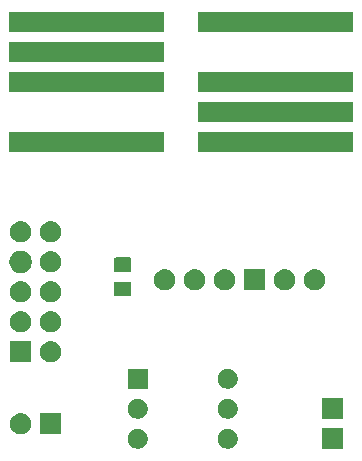
<source format=gts>
G04 #@! TF.GenerationSoftware,KiCad,Pcbnew,5.1.5*
G04 #@! TF.CreationDate,2020-03-08T11:02:30+01:00*
G04 #@! TF.ProjectId,Flash-Station,466c6173-682d-4537-9461-74696f6e2e6b,rev?*
G04 #@! TF.SameCoordinates,Original*
G04 #@! TF.FileFunction,Soldermask,Top*
G04 #@! TF.FilePolarity,Negative*
%FSLAX46Y46*%
G04 Gerber Fmt 4.6, Leading zero omitted, Abs format (unit mm)*
G04 Created by KiCad (PCBNEW 5.1.5) date 2020-03-08 11:02:30*
%MOMM*%
%LPD*%
G04 APERTURE LIST*
%ADD10C,0.100000*%
G04 APERTURE END LIST*
D10*
G36*
X95897000Y-95897000D02*
G01*
X94095000Y-95897000D01*
X94095000Y-94095000D01*
X95897000Y-94095000D01*
X95897000Y-95897000D01*
G37*
G36*
X86354228Y-94177703D02*
G01*
X86509100Y-94241853D01*
X86648481Y-94334985D01*
X86767015Y-94453519D01*
X86860147Y-94592900D01*
X86924297Y-94747772D01*
X86957000Y-94912184D01*
X86957000Y-95079816D01*
X86924297Y-95244228D01*
X86860147Y-95399100D01*
X86767015Y-95538481D01*
X86648481Y-95657015D01*
X86509100Y-95750147D01*
X86354228Y-95814297D01*
X86189816Y-95847000D01*
X86022184Y-95847000D01*
X85857772Y-95814297D01*
X85702900Y-95750147D01*
X85563519Y-95657015D01*
X85444985Y-95538481D01*
X85351853Y-95399100D01*
X85287703Y-95244228D01*
X85255000Y-95079816D01*
X85255000Y-94912184D01*
X85287703Y-94747772D01*
X85351853Y-94592900D01*
X85444985Y-94453519D01*
X85563519Y-94334985D01*
X85702900Y-94241853D01*
X85857772Y-94177703D01*
X86022184Y-94145000D01*
X86189816Y-94145000D01*
X86354228Y-94177703D01*
G37*
G36*
X78734228Y-94177703D02*
G01*
X78889100Y-94241853D01*
X79028481Y-94334985D01*
X79147015Y-94453519D01*
X79240147Y-94592900D01*
X79304297Y-94747772D01*
X79337000Y-94912184D01*
X79337000Y-95079816D01*
X79304297Y-95244228D01*
X79240147Y-95399100D01*
X79147015Y-95538481D01*
X79028481Y-95657015D01*
X78889100Y-95750147D01*
X78734228Y-95814297D01*
X78569816Y-95847000D01*
X78402184Y-95847000D01*
X78237772Y-95814297D01*
X78082900Y-95750147D01*
X77943519Y-95657015D01*
X77824985Y-95538481D01*
X77731853Y-95399100D01*
X77667703Y-95244228D01*
X77635000Y-95079816D01*
X77635000Y-94912184D01*
X77667703Y-94747772D01*
X77731853Y-94592900D01*
X77824985Y-94453519D01*
X77943519Y-94334985D01*
X78082900Y-94241853D01*
X78237772Y-94177703D01*
X78402184Y-94145000D01*
X78569816Y-94145000D01*
X78734228Y-94177703D01*
G37*
G36*
X68693512Y-92829927D02*
G01*
X68842812Y-92859624D01*
X69006784Y-92927544D01*
X69154354Y-93026147D01*
X69279853Y-93151646D01*
X69378456Y-93299216D01*
X69446376Y-93463188D01*
X69481000Y-93637259D01*
X69481000Y-93814741D01*
X69446376Y-93988812D01*
X69378456Y-94152784D01*
X69279853Y-94300354D01*
X69154354Y-94425853D01*
X69006784Y-94524456D01*
X68842812Y-94592376D01*
X68693512Y-94622073D01*
X68668742Y-94627000D01*
X68491258Y-94627000D01*
X68466488Y-94622073D01*
X68317188Y-94592376D01*
X68153216Y-94524456D01*
X68005646Y-94425853D01*
X67880147Y-94300354D01*
X67781544Y-94152784D01*
X67713624Y-93988812D01*
X67679000Y-93814741D01*
X67679000Y-93637259D01*
X67713624Y-93463188D01*
X67781544Y-93299216D01*
X67880147Y-93151646D01*
X68005646Y-93026147D01*
X68153216Y-92927544D01*
X68317188Y-92859624D01*
X68466488Y-92829927D01*
X68491258Y-92825000D01*
X68668742Y-92825000D01*
X68693512Y-92829927D01*
G37*
G36*
X72021000Y-94627000D02*
G01*
X70219000Y-94627000D01*
X70219000Y-92825000D01*
X72021000Y-92825000D01*
X72021000Y-94627000D01*
G37*
G36*
X95897000Y-93357000D02*
G01*
X94095000Y-93357000D01*
X94095000Y-91555000D01*
X95897000Y-91555000D01*
X95897000Y-93357000D01*
G37*
G36*
X86354228Y-91637703D02*
G01*
X86509100Y-91701853D01*
X86648481Y-91794985D01*
X86767015Y-91913519D01*
X86860147Y-92052900D01*
X86924297Y-92207772D01*
X86957000Y-92372184D01*
X86957000Y-92539816D01*
X86924297Y-92704228D01*
X86860147Y-92859100D01*
X86767015Y-92998481D01*
X86648481Y-93117015D01*
X86509100Y-93210147D01*
X86354228Y-93274297D01*
X86189816Y-93307000D01*
X86022184Y-93307000D01*
X85857772Y-93274297D01*
X85702900Y-93210147D01*
X85563519Y-93117015D01*
X85444985Y-92998481D01*
X85351853Y-92859100D01*
X85287703Y-92704228D01*
X85255000Y-92539816D01*
X85255000Y-92372184D01*
X85287703Y-92207772D01*
X85351853Y-92052900D01*
X85444985Y-91913519D01*
X85563519Y-91794985D01*
X85702900Y-91701853D01*
X85857772Y-91637703D01*
X86022184Y-91605000D01*
X86189816Y-91605000D01*
X86354228Y-91637703D01*
G37*
G36*
X78734228Y-91637703D02*
G01*
X78889100Y-91701853D01*
X79028481Y-91794985D01*
X79147015Y-91913519D01*
X79240147Y-92052900D01*
X79304297Y-92207772D01*
X79337000Y-92372184D01*
X79337000Y-92539816D01*
X79304297Y-92704228D01*
X79240147Y-92859100D01*
X79147015Y-92998481D01*
X79028481Y-93117015D01*
X78889100Y-93210147D01*
X78734228Y-93274297D01*
X78569816Y-93307000D01*
X78402184Y-93307000D01*
X78237772Y-93274297D01*
X78082900Y-93210147D01*
X77943519Y-93117015D01*
X77824985Y-92998481D01*
X77731853Y-92859100D01*
X77667703Y-92704228D01*
X77635000Y-92539816D01*
X77635000Y-92372184D01*
X77667703Y-92207772D01*
X77731853Y-92052900D01*
X77824985Y-91913519D01*
X77943519Y-91794985D01*
X78082900Y-91701853D01*
X78237772Y-91637703D01*
X78402184Y-91605000D01*
X78569816Y-91605000D01*
X78734228Y-91637703D01*
G37*
G36*
X79337000Y-90767000D02*
G01*
X77635000Y-90767000D01*
X77635000Y-89065000D01*
X79337000Y-89065000D01*
X79337000Y-90767000D01*
G37*
G36*
X86354228Y-89097703D02*
G01*
X86509100Y-89161853D01*
X86648481Y-89254985D01*
X86767015Y-89373519D01*
X86860147Y-89512900D01*
X86924297Y-89667772D01*
X86957000Y-89832184D01*
X86957000Y-89999816D01*
X86924297Y-90164228D01*
X86860147Y-90319100D01*
X86767015Y-90458481D01*
X86648481Y-90577015D01*
X86509100Y-90670147D01*
X86354228Y-90734297D01*
X86189816Y-90767000D01*
X86022184Y-90767000D01*
X85857772Y-90734297D01*
X85702900Y-90670147D01*
X85563519Y-90577015D01*
X85444985Y-90458481D01*
X85351853Y-90319100D01*
X85287703Y-90164228D01*
X85255000Y-89999816D01*
X85255000Y-89832184D01*
X85287703Y-89667772D01*
X85351853Y-89512900D01*
X85444985Y-89373519D01*
X85563519Y-89254985D01*
X85702900Y-89161853D01*
X85857772Y-89097703D01*
X86022184Y-89065000D01*
X86189816Y-89065000D01*
X86354228Y-89097703D01*
G37*
G36*
X69481000Y-88531000D02*
G01*
X67679000Y-88531000D01*
X67679000Y-86729000D01*
X69481000Y-86729000D01*
X69481000Y-88531000D01*
G37*
G36*
X71233512Y-86733927D02*
G01*
X71382812Y-86763624D01*
X71546784Y-86831544D01*
X71694354Y-86930147D01*
X71819853Y-87055646D01*
X71918456Y-87203216D01*
X71986376Y-87367188D01*
X72021000Y-87541259D01*
X72021000Y-87718741D01*
X71986376Y-87892812D01*
X71918456Y-88056784D01*
X71819853Y-88204354D01*
X71694354Y-88329853D01*
X71546784Y-88428456D01*
X71382812Y-88496376D01*
X71233512Y-88526073D01*
X71208742Y-88531000D01*
X71031258Y-88531000D01*
X71006488Y-88526073D01*
X70857188Y-88496376D01*
X70693216Y-88428456D01*
X70545646Y-88329853D01*
X70420147Y-88204354D01*
X70321544Y-88056784D01*
X70253624Y-87892812D01*
X70219000Y-87718741D01*
X70219000Y-87541259D01*
X70253624Y-87367188D01*
X70321544Y-87203216D01*
X70420147Y-87055646D01*
X70545646Y-86930147D01*
X70693216Y-86831544D01*
X70857188Y-86763624D01*
X71006488Y-86733927D01*
X71031258Y-86729000D01*
X71208742Y-86729000D01*
X71233512Y-86733927D01*
G37*
G36*
X71233512Y-84193927D02*
G01*
X71382812Y-84223624D01*
X71546784Y-84291544D01*
X71694354Y-84390147D01*
X71819853Y-84515646D01*
X71918456Y-84663216D01*
X71986376Y-84827188D01*
X72021000Y-85001259D01*
X72021000Y-85178741D01*
X71986376Y-85352812D01*
X71918456Y-85516784D01*
X71819853Y-85664354D01*
X71694354Y-85789853D01*
X71546784Y-85888456D01*
X71382812Y-85956376D01*
X71233512Y-85986073D01*
X71208742Y-85991000D01*
X71031258Y-85991000D01*
X71006488Y-85986073D01*
X70857188Y-85956376D01*
X70693216Y-85888456D01*
X70545646Y-85789853D01*
X70420147Y-85664354D01*
X70321544Y-85516784D01*
X70253624Y-85352812D01*
X70219000Y-85178741D01*
X70219000Y-85001259D01*
X70253624Y-84827188D01*
X70321544Y-84663216D01*
X70420147Y-84515646D01*
X70545646Y-84390147D01*
X70693216Y-84291544D01*
X70857188Y-84223624D01*
X71006488Y-84193927D01*
X71031258Y-84189000D01*
X71208742Y-84189000D01*
X71233512Y-84193927D01*
G37*
G36*
X68693512Y-84193927D02*
G01*
X68842812Y-84223624D01*
X69006784Y-84291544D01*
X69154354Y-84390147D01*
X69279853Y-84515646D01*
X69378456Y-84663216D01*
X69446376Y-84827188D01*
X69481000Y-85001259D01*
X69481000Y-85178741D01*
X69446376Y-85352812D01*
X69378456Y-85516784D01*
X69279853Y-85664354D01*
X69154354Y-85789853D01*
X69006784Y-85888456D01*
X68842812Y-85956376D01*
X68693512Y-85986073D01*
X68668742Y-85991000D01*
X68491258Y-85991000D01*
X68466488Y-85986073D01*
X68317188Y-85956376D01*
X68153216Y-85888456D01*
X68005646Y-85789853D01*
X67880147Y-85664354D01*
X67781544Y-85516784D01*
X67713624Y-85352812D01*
X67679000Y-85178741D01*
X67679000Y-85001259D01*
X67713624Y-84827188D01*
X67781544Y-84663216D01*
X67880147Y-84515646D01*
X68005646Y-84390147D01*
X68153216Y-84291544D01*
X68317188Y-84223624D01*
X68466488Y-84193927D01*
X68491258Y-84189000D01*
X68668742Y-84189000D01*
X68693512Y-84193927D01*
G37*
G36*
X71233512Y-81653927D02*
G01*
X71382812Y-81683624D01*
X71546784Y-81751544D01*
X71694354Y-81850147D01*
X71819853Y-81975646D01*
X71918456Y-82123216D01*
X71986376Y-82287188D01*
X72021000Y-82461259D01*
X72021000Y-82638741D01*
X71986376Y-82812812D01*
X71918456Y-82976784D01*
X71819853Y-83124354D01*
X71694354Y-83249853D01*
X71546784Y-83348456D01*
X71382812Y-83416376D01*
X71233512Y-83446073D01*
X71208742Y-83451000D01*
X71031258Y-83451000D01*
X71006488Y-83446073D01*
X70857188Y-83416376D01*
X70693216Y-83348456D01*
X70545646Y-83249853D01*
X70420147Y-83124354D01*
X70321544Y-82976784D01*
X70253624Y-82812812D01*
X70219000Y-82638741D01*
X70219000Y-82461259D01*
X70253624Y-82287188D01*
X70321544Y-82123216D01*
X70420147Y-81975646D01*
X70545646Y-81850147D01*
X70693216Y-81751544D01*
X70857188Y-81683624D01*
X71006488Y-81653927D01*
X71031258Y-81649000D01*
X71208742Y-81649000D01*
X71233512Y-81653927D01*
G37*
G36*
X68693512Y-81653927D02*
G01*
X68842812Y-81683624D01*
X69006784Y-81751544D01*
X69154354Y-81850147D01*
X69279853Y-81975646D01*
X69378456Y-82123216D01*
X69446376Y-82287188D01*
X69481000Y-82461259D01*
X69481000Y-82638741D01*
X69446376Y-82812812D01*
X69378456Y-82976784D01*
X69279853Y-83124354D01*
X69154354Y-83249853D01*
X69006784Y-83348456D01*
X68842812Y-83416376D01*
X68693512Y-83446073D01*
X68668742Y-83451000D01*
X68491258Y-83451000D01*
X68466488Y-83446073D01*
X68317188Y-83416376D01*
X68153216Y-83348456D01*
X68005646Y-83249853D01*
X67880147Y-83124354D01*
X67781544Y-82976784D01*
X67713624Y-82812812D01*
X67679000Y-82638741D01*
X67679000Y-82461259D01*
X67713624Y-82287188D01*
X67781544Y-82123216D01*
X67880147Y-81975646D01*
X68005646Y-81850147D01*
X68153216Y-81751544D01*
X68317188Y-81683624D01*
X68466488Y-81653927D01*
X68491258Y-81649000D01*
X68668742Y-81649000D01*
X68693512Y-81653927D01*
G37*
G36*
X77804674Y-81692465D02*
G01*
X77842367Y-81703899D01*
X77877103Y-81722466D01*
X77907548Y-81747452D01*
X77932534Y-81777897D01*
X77951101Y-81812633D01*
X77962535Y-81850326D01*
X77967000Y-81895661D01*
X77967000Y-82732339D01*
X77962535Y-82777674D01*
X77951101Y-82815367D01*
X77932534Y-82850103D01*
X77907548Y-82880548D01*
X77877103Y-82905534D01*
X77842367Y-82924101D01*
X77804674Y-82935535D01*
X77759339Y-82940000D01*
X76672661Y-82940000D01*
X76627326Y-82935535D01*
X76589633Y-82924101D01*
X76554897Y-82905534D01*
X76524452Y-82880548D01*
X76499466Y-82850103D01*
X76480899Y-82815367D01*
X76469465Y-82777674D01*
X76465000Y-82732339D01*
X76465000Y-81895661D01*
X76469465Y-81850326D01*
X76480899Y-81812633D01*
X76499466Y-81777897D01*
X76524452Y-81747452D01*
X76554897Y-81722466D01*
X76589633Y-81703899D01*
X76627326Y-81692465D01*
X76672661Y-81688000D01*
X77759339Y-81688000D01*
X77804674Y-81692465D01*
G37*
G36*
X85965512Y-80637927D02*
G01*
X86114812Y-80667624D01*
X86278784Y-80735544D01*
X86426354Y-80834147D01*
X86551853Y-80959646D01*
X86650456Y-81107216D01*
X86718376Y-81271188D01*
X86753000Y-81445259D01*
X86753000Y-81622741D01*
X86718376Y-81796812D01*
X86650456Y-81960784D01*
X86551853Y-82108354D01*
X86426354Y-82233853D01*
X86278784Y-82332456D01*
X86114812Y-82400376D01*
X85965512Y-82430073D01*
X85940742Y-82435000D01*
X85763258Y-82435000D01*
X85738488Y-82430073D01*
X85589188Y-82400376D01*
X85425216Y-82332456D01*
X85277646Y-82233853D01*
X85152147Y-82108354D01*
X85053544Y-81960784D01*
X84985624Y-81796812D01*
X84951000Y-81622741D01*
X84951000Y-81445259D01*
X84985624Y-81271188D01*
X85053544Y-81107216D01*
X85152147Y-80959646D01*
X85277646Y-80834147D01*
X85425216Y-80735544D01*
X85589188Y-80667624D01*
X85738488Y-80637927D01*
X85763258Y-80633000D01*
X85940742Y-80633000D01*
X85965512Y-80637927D01*
G37*
G36*
X83425512Y-80637927D02*
G01*
X83574812Y-80667624D01*
X83738784Y-80735544D01*
X83886354Y-80834147D01*
X84011853Y-80959646D01*
X84110456Y-81107216D01*
X84178376Y-81271188D01*
X84213000Y-81445259D01*
X84213000Y-81622741D01*
X84178376Y-81796812D01*
X84110456Y-81960784D01*
X84011853Y-82108354D01*
X83886354Y-82233853D01*
X83738784Y-82332456D01*
X83574812Y-82400376D01*
X83425512Y-82430073D01*
X83400742Y-82435000D01*
X83223258Y-82435000D01*
X83198488Y-82430073D01*
X83049188Y-82400376D01*
X82885216Y-82332456D01*
X82737646Y-82233853D01*
X82612147Y-82108354D01*
X82513544Y-81960784D01*
X82445624Y-81796812D01*
X82411000Y-81622741D01*
X82411000Y-81445259D01*
X82445624Y-81271188D01*
X82513544Y-81107216D01*
X82612147Y-80959646D01*
X82737646Y-80834147D01*
X82885216Y-80735544D01*
X83049188Y-80667624D01*
X83198488Y-80637927D01*
X83223258Y-80633000D01*
X83400742Y-80633000D01*
X83425512Y-80637927D01*
G37*
G36*
X89293000Y-82435000D02*
G01*
X87491000Y-82435000D01*
X87491000Y-80633000D01*
X89293000Y-80633000D01*
X89293000Y-82435000D01*
G37*
G36*
X91045512Y-80637927D02*
G01*
X91194812Y-80667624D01*
X91358784Y-80735544D01*
X91506354Y-80834147D01*
X91631853Y-80959646D01*
X91730456Y-81107216D01*
X91798376Y-81271188D01*
X91833000Y-81445259D01*
X91833000Y-81622741D01*
X91798376Y-81796812D01*
X91730456Y-81960784D01*
X91631853Y-82108354D01*
X91506354Y-82233853D01*
X91358784Y-82332456D01*
X91194812Y-82400376D01*
X91045512Y-82430073D01*
X91020742Y-82435000D01*
X90843258Y-82435000D01*
X90818488Y-82430073D01*
X90669188Y-82400376D01*
X90505216Y-82332456D01*
X90357646Y-82233853D01*
X90232147Y-82108354D01*
X90133544Y-81960784D01*
X90065624Y-81796812D01*
X90031000Y-81622741D01*
X90031000Y-81445259D01*
X90065624Y-81271188D01*
X90133544Y-81107216D01*
X90232147Y-80959646D01*
X90357646Y-80834147D01*
X90505216Y-80735544D01*
X90669188Y-80667624D01*
X90818488Y-80637927D01*
X90843258Y-80633000D01*
X91020742Y-80633000D01*
X91045512Y-80637927D01*
G37*
G36*
X80885512Y-80637927D02*
G01*
X81034812Y-80667624D01*
X81198784Y-80735544D01*
X81346354Y-80834147D01*
X81471853Y-80959646D01*
X81570456Y-81107216D01*
X81638376Y-81271188D01*
X81673000Y-81445259D01*
X81673000Y-81622741D01*
X81638376Y-81796812D01*
X81570456Y-81960784D01*
X81471853Y-82108354D01*
X81346354Y-82233853D01*
X81198784Y-82332456D01*
X81034812Y-82400376D01*
X80885512Y-82430073D01*
X80860742Y-82435000D01*
X80683258Y-82435000D01*
X80658488Y-82430073D01*
X80509188Y-82400376D01*
X80345216Y-82332456D01*
X80197646Y-82233853D01*
X80072147Y-82108354D01*
X79973544Y-81960784D01*
X79905624Y-81796812D01*
X79871000Y-81622741D01*
X79871000Y-81445259D01*
X79905624Y-81271188D01*
X79973544Y-81107216D01*
X80072147Y-80959646D01*
X80197646Y-80834147D01*
X80345216Y-80735544D01*
X80509188Y-80667624D01*
X80658488Y-80637927D01*
X80683258Y-80633000D01*
X80860742Y-80633000D01*
X80885512Y-80637927D01*
G37*
G36*
X93585512Y-80637927D02*
G01*
X93734812Y-80667624D01*
X93898784Y-80735544D01*
X94046354Y-80834147D01*
X94171853Y-80959646D01*
X94270456Y-81107216D01*
X94338376Y-81271188D01*
X94373000Y-81445259D01*
X94373000Y-81622741D01*
X94338376Y-81796812D01*
X94270456Y-81960784D01*
X94171853Y-82108354D01*
X94046354Y-82233853D01*
X93898784Y-82332456D01*
X93734812Y-82400376D01*
X93585512Y-82430073D01*
X93560742Y-82435000D01*
X93383258Y-82435000D01*
X93358488Y-82430073D01*
X93209188Y-82400376D01*
X93045216Y-82332456D01*
X92897646Y-82233853D01*
X92772147Y-82108354D01*
X92673544Y-81960784D01*
X92605624Y-81796812D01*
X92571000Y-81622741D01*
X92571000Y-81445259D01*
X92605624Y-81271188D01*
X92673544Y-81107216D01*
X92772147Y-80959646D01*
X92897646Y-80834147D01*
X93045216Y-80735544D01*
X93209188Y-80667624D01*
X93358488Y-80637927D01*
X93383258Y-80633000D01*
X93560742Y-80633000D01*
X93585512Y-80637927D01*
G37*
G36*
X68857395Y-79095546D02*
G01*
X69030466Y-79167234D01*
X69030467Y-79167235D01*
X69186227Y-79271310D01*
X69318690Y-79403773D01*
X69318691Y-79403775D01*
X69422766Y-79559534D01*
X69494454Y-79732605D01*
X69531000Y-79916333D01*
X69531000Y-80103667D01*
X69494454Y-80287395D01*
X69422766Y-80460466D01*
X69422765Y-80460467D01*
X69318690Y-80616227D01*
X69186227Y-80748690D01*
X69161268Y-80765367D01*
X69030466Y-80852766D01*
X68857395Y-80924454D01*
X68673667Y-80961000D01*
X68486333Y-80961000D01*
X68302605Y-80924454D01*
X68129534Y-80852766D01*
X67998732Y-80765367D01*
X67973773Y-80748690D01*
X67841310Y-80616227D01*
X67737235Y-80460467D01*
X67737234Y-80460466D01*
X67665546Y-80287395D01*
X67629000Y-80103667D01*
X67629000Y-79916333D01*
X67665546Y-79732605D01*
X67737234Y-79559534D01*
X67841309Y-79403775D01*
X67841310Y-79403773D01*
X67973773Y-79271310D01*
X68129533Y-79167235D01*
X68129534Y-79167234D01*
X68302605Y-79095546D01*
X68486333Y-79059000D01*
X68673667Y-79059000D01*
X68857395Y-79095546D01*
G37*
G36*
X71233512Y-79113927D02*
G01*
X71382812Y-79143624D01*
X71546784Y-79211544D01*
X71694354Y-79310147D01*
X71819853Y-79435646D01*
X71918456Y-79583216D01*
X71986376Y-79747188D01*
X72021000Y-79921259D01*
X72021000Y-80098741D01*
X71986376Y-80272812D01*
X71918456Y-80436784D01*
X71819853Y-80584354D01*
X71694354Y-80709853D01*
X71546784Y-80808456D01*
X71382812Y-80876376D01*
X71233512Y-80906073D01*
X71208742Y-80911000D01*
X71031258Y-80911000D01*
X71006488Y-80906073D01*
X70857188Y-80876376D01*
X70693216Y-80808456D01*
X70545646Y-80709853D01*
X70420147Y-80584354D01*
X70321544Y-80436784D01*
X70253624Y-80272812D01*
X70219000Y-80098741D01*
X70219000Y-79921259D01*
X70253624Y-79747188D01*
X70321544Y-79583216D01*
X70420147Y-79435646D01*
X70545646Y-79310147D01*
X70693216Y-79211544D01*
X70857188Y-79143624D01*
X71006488Y-79113927D01*
X71031258Y-79109000D01*
X71208742Y-79109000D01*
X71233512Y-79113927D01*
G37*
G36*
X77804674Y-79642465D02*
G01*
X77842367Y-79653899D01*
X77877103Y-79672466D01*
X77907548Y-79697452D01*
X77932534Y-79727897D01*
X77951101Y-79762633D01*
X77962535Y-79800326D01*
X77967000Y-79845661D01*
X77967000Y-80682339D01*
X77962535Y-80727674D01*
X77951101Y-80765367D01*
X77932534Y-80800103D01*
X77907548Y-80830548D01*
X77877103Y-80855534D01*
X77842367Y-80874101D01*
X77804674Y-80885535D01*
X77759339Y-80890000D01*
X76672661Y-80890000D01*
X76627326Y-80885535D01*
X76589633Y-80874101D01*
X76554897Y-80855534D01*
X76524452Y-80830548D01*
X76499466Y-80800103D01*
X76480899Y-80765367D01*
X76469465Y-80727674D01*
X76465000Y-80682339D01*
X76465000Y-79845661D01*
X76469465Y-79800326D01*
X76480899Y-79762633D01*
X76499466Y-79727897D01*
X76524452Y-79697452D01*
X76554897Y-79672466D01*
X76589633Y-79653899D01*
X76627326Y-79642465D01*
X76672661Y-79638000D01*
X77759339Y-79638000D01*
X77804674Y-79642465D01*
G37*
G36*
X71233512Y-76573927D02*
G01*
X71382812Y-76603624D01*
X71546784Y-76671544D01*
X71694354Y-76770147D01*
X71819853Y-76895646D01*
X71918456Y-77043216D01*
X71986376Y-77207188D01*
X72021000Y-77381259D01*
X72021000Y-77558741D01*
X71986376Y-77732812D01*
X71918456Y-77896784D01*
X71819853Y-78044354D01*
X71694354Y-78169853D01*
X71546784Y-78268456D01*
X71382812Y-78336376D01*
X71233512Y-78366073D01*
X71208742Y-78371000D01*
X71031258Y-78371000D01*
X71006488Y-78366073D01*
X70857188Y-78336376D01*
X70693216Y-78268456D01*
X70545646Y-78169853D01*
X70420147Y-78044354D01*
X70321544Y-77896784D01*
X70253624Y-77732812D01*
X70219000Y-77558741D01*
X70219000Y-77381259D01*
X70253624Y-77207188D01*
X70321544Y-77043216D01*
X70420147Y-76895646D01*
X70545646Y-76770147D01*
X70693216Y-76671544D01*
X70857188Y-76603624D01*
X71006488Y-76573927D01*
X71031258Y-76569000D01*
X71208742Y-76569000D01*
X71233512Y-76573927D01*
G37*
G36*
X68693512Y-76573927D02*
G01*
X68842812Y-76603624D01*
X69006784Y-76671544D01*
X69154354Y-76770147D01*
X69279853Y-76895646D01*
X69378456Y-77043216D01*
X69446376Y-77207188D01*
X69481000Y-77381259D01*
X69481000Y-77558741D01*
X69446376Y-77732812D01*
X69378456Y-77896784D01*
X69279853Y-78044354D01*
X69154354Y-78169853D01*
X69006784Y-78268456D01*
X68842812Y-78336376D01*
X68693512Y-78366073D01*
X68668742Y-78371000D01*
X68491258Y-78371000D01*
X68466488Y-78366073D01*
X68317188Y-78336376D01*
X68153216Y-78268456D01*
X68005646Y-78169853D01*
X67880147Y-78044354D01*
X67781544Y-77896784D01*
X67713624Y-77732812D01*
X67679000Y-77558741D01*
X67679000Y-77381259D01*
X67713624Y-77207188D01*
X67781544Y-77043216D01*
X67880147Y-76895646D01*
X68005646Y-76770147D01*
X68153216Y-76671544D01*
X68317188Y-76603624D01*
X68466488Y-76573927D01*
X68491258Y-76569000D01*
X68668742Y-76569000D01*
X68693512Y-76573927D01*
G37*
G36*
X80719000Y-70701000D02*
G01*
X67617000Y-70701000D01*
X67617000Y-68999000D01*
X80719000Y-68999000D01*
X80719000Y-70701000D01*
G37*
G36*
X96721000Y-70701000D02*
G01*
X83619000Y-70701000D01*
X83619000Y-68999000D01*
X96721000Y-68999000D01*
X96721000Y-70701000D01*
G37*
G36*
X96721000Y-68161000D02*
G01*
X83619000Y-68161000D01*
X83619000Y-66459000D01*
X96721000Y-66459000D01*
X96721000Y-68161000D01*
G37*
G36*
X80719000Y-65621000D02*
G01*
X67617000Y-65621000D01*
X67617000Y-63919000D01*
X80719000Y-63919000D01*
X80719000Y-65621000D01*
G37*
G36*
X96721000Y-65621000D02*
G01*
X83619000Y-65621000D01*
X83619000Y-63919000D01*
X96721000Y-63919000D01*
X96721000Y-65621000D01*
G37*
G36*
X80719000Y-63081000D02*
G01*
X67617000Y-63081000D01*
X67617000Y-61379000D01*
X80719000Y-61379000D01*
X80719000Y-63081000D01*
G37*
G36*
X96721000Y-60541000D02*
G01*
X83619000Y-60541000D01*
X83619000Y-58839000D01*
X96721000Y-58839000D01*
X96721000Y-60541000D01*
G37*
G36*
X80719000Y-60541000D02*
G01*
X67617000Y-60541000D01*
X67617000Y-58839000D01*
X80719000Y-58839000D01*
X80719000Y-60541000D01*
G37*
M02*

</source>
